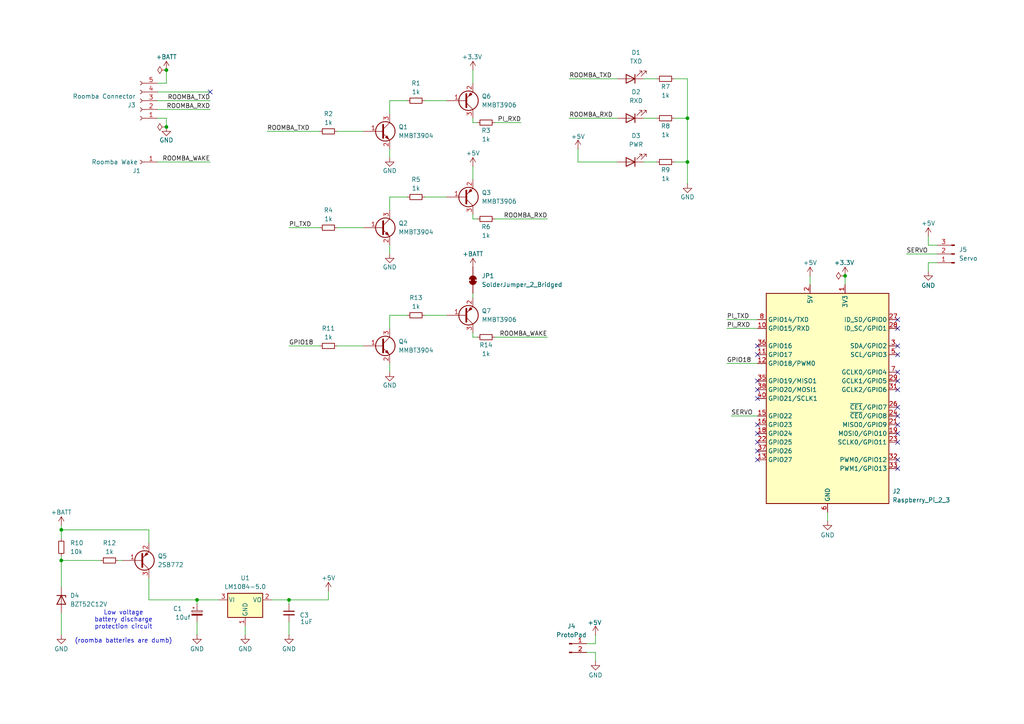
<source format=kicad_sch>
(kicad_sch (version 20231120) (generator "eeschema") (generator_version "8.0")
  (paper "A4")
  (title_block (title "RoomBouy") (rev "${REVISION}") (company "Concord Robotics"))
  (lib_symbols
    (symbol "Connector:Conn_01x01_Socket" (pin_names (offset 1.016) hide)
      (property "Reference" "J" (at 0 2.54 0))
      (property "Value" "Conn_01x01_Socket" (at 0 -2.54 0))
      (symbol "Conn_01x01_Socket_1_1"
        (polyline (pts (xy -1.27 0) (xy -0.508 0)) (stroke (width 0.1524)))
        (arc (start 0 0.508) (mid -0.5058 0) (end 0 -0.508) (stroke (width 0.1524)))
        (pin passive line (at -5.08 0 0) (length 3.81) (name "Pin_1") (number "1"))
      )
    )
    (symbol "Connector:Conn_01x02_Pin" (pin_names (offset 1.016) hide)
      (property "Reference" "J" (at 0 2.54 0))
      (property "Value" "Conn_01x02_Pin" (at 0 -5.08 0))
      (symbol "Conn_01x02_Pin_1_1"
        (polyline (pts (xy 1.27 -2.54) (xy 0.8636 -2.54)) (stroke (width 0.1524)))
        (polyline (pts (xy 1.27 0) (xy 0.8636 0)) (stroke (width 0.1524)))
        (rectangle (start 0.8636 -2.413) (end 0 -2.667) (stroke (width 0.1524)) (fill (type outline)))
        (rectangle (start 0.8636 0.127) (end 0 -0.127) (stroke (width 0.1524)) (fill (type outline)))
        (pin passive line (at 5.08 0 180) (length 3.81) (name "Pin_1") (number "1"))
        (pin passive line (at 5.08 -2.54 180) (length 3.81) (name "Pin_2") (number "2"))
      )
    )
    (symbol "Connector:Conn_01x03_Pin" (pin_names (offset 1.016) hide)
      (property "Reference" "J" (at 0 5.08 0))
      (property "Value" "Conn_01x03_Pin" (at 0 -5.08 0))
      (symbol "Conn_01x03_Pin_1_1"
        (polyline (pts (xy 1.27 -2.54) (xy 0.8636 -2.54)) (stroke (width 0.1524)))
        (polyline (pts (xy 1.27 0) (xy 0.8636 0)) (stroke (width 0.1524)))
        (polyline (pts (xy 1.27 2.54) (xy 0.8636 2.54)) (stroke (width 0.1524)))
        (rectangle (start 0.8636 -2.413) (end 0 -2.667) (stroke (width 0.1524)) (fill (type outline)))
        (rectangle (start 0.8636 0.127) (end 0 -0.127) (stroke (width 0.1524)) (fill (type outline)))
        (rectangle (start 0.8636 2.667) (end 0 2.413) (stroke (width 0.1524)) (fill (type outline)))
        (pin passive line (at 5.08 2.54 180) (length 3.81) (name "Pin_1") (number "1"))
        (pin passive line (at 5.08 0 180) (length 3.81) (name "Pin_2") (number "2"))
        (pin passive line (at 5.08 -2.54 180) (length 3.81) (name "Pin_3") (number "3"))
      )
    )
    (symbol "Connector:Conn_01x05_Socket" (pin_names (offset 1.016) hide)
      (property "Reference" "J" (at 0 7.62 0))
      (property "Value" "Conn_01x05_Socket" (at 0 -7.62 0))
      (symbol "Conn_01x05_Socket_1_1"
        (arc (start 0 -4.572) (mid -0.5058 -5.08) (end 0 -5.588) (stroke (width 0.1524)))
        (arc (start 0 -2.032) (mid -0.5058 -2.54) (end 0 -3.048) (stroke (width 0.1524)))
        (polyline (pts (xy -1.27 -5.08) (xy -0.508 -5.08)) (stroke (width 0.1524)))
        (polyline (pts (xy -1.27 -2.54) (xy -0.508 -2.54)) (stroke (width 0.1524)))
        (polyline (pts (xy -1.27 0) (xy -0.508 0)) (stroke (width 0.1524)))
        (polyline (pts (xy -1.27 2.54) (xy -0.508 2.54)) (stroke (width 0.1524)))
        (polyline (pts (xy -1.27 5.08) (xy -0.508 5.08)) (stroke (width 0.1524)))
        (arc (start 0 0.508) (mid -0.5058 0) (end 0 -0.508) (stroke (width 0.1524)))
        (arc (start 0 3.048) (mid -0.5058 2.54) (end 0 2.032) (stroke (width 0.1524)))
        (arc (start 0 5.588) (mid -0.5058 5.08) (end 0 4.572) (stroke (width 0.1524)))
        (pin passive line (at -5.08 5.08 0) (length 3.81) (name "Pin_1") (number "1"))
        (pin passive line (at -5.08 2.54 0) (length 3.81) (name "Pin_2") (number "2"))
        (pin passive line (at -5.08 0 0) (length 3.81) (name "Pin_3") (number "3"))
        (pin passive line (at -5.08 -2.54 0) (length 3.81) (name "Pin_4") (number "4"))
        (pin passive line (at -5.08 -5.08 0) (length 3.81) (name "Pin_5") (number "5"))
      )
    )
    (symbol "Connector:Raspberry_Pi_2_3"
      (property "Reference" "J" (at -17.78 31.75 0))
      (property "Value" "Raspberry_Pi_2_3" (at 10.16 -31.75 0))
      (symbol "Raspberry_Pi_2_3_0_1"
        (rectangle (start -17.78 30.48) (end 17.78 -30.48) (stroke (width 0.254)) (fill (type background)))
      )
      (symbol "Raspberry_Pi_2_3_1_1"
        (pin power_in line (at 5.08 33.02 270) (length 2.54) (name "3V3") (number "1"))
        (pin bidirectional line (at -20.32 20.32 0) (length 2.54) (name "GPIO15/RXD") (number "10"))
        (pin bidirectional line (at -20.32 12.7 0) (length 2.54) (name "GPIO17") (number "11"))
        (pin bidirectional line (at -20.32 10.16 0) (length 2.54) (name "GPIO18/PWM0") (number "12"))
        (pin bidirectional line (at -20.32 -17.78 0) (length 2.54) (name "GPIO27") (number "13"))
        (pin passive line (at 0 -33.02 90) (length 2.54) hide (name "GND") (number "14"))
        (pin bidirectional line (at -20.32 -5.08 0) (length 2.54) (name "GPIO22") (number "15"))
        (pin bidirectional line (at -20.32 -7.62 0) (length 2.54) (name "GPIO23") (number "16"))
        (pin passive line (at 5.08 33.02 270) (length 2.54) hide (name "3V3") (number "17"))
        (pin bidirectional line (at -20.32 -10.16 0) (length 2.54) (name "GPIO24") (number "18"))
        (pin bidirectional line (at 20.32 -10.16 180) (length 2.54) (name "MOSI0/GPIO10") (number "19"))
        (pin power_in line (at -5.08 33.02 270) (length 2.54) (name "5V") (number "2"))
        (pin passive line (at 0 -33.02 90) (length 2.54) hide (name "GND") (number "20"))
        (pin bidirectional line (at 20.32 -7.62 180) (length 2.54) (name "MISO0/GPIO9") (number "21"))
        (pin bidirectional line (at -20.32 -12.7 0) (length 2.54) (name "GPIO25") (number "22"))
        (pin bidirectional line (at 20.32 -12.7 180) (length 2.54) (name "SCLK0/GPIO11") (number "23"))
        (pin bidirectional line (at 20.32 -5.08 180) (length 2.54) (name "~{CE0}/GPIO8") (number "24"))
        (pin passive line (at 0 -33.02 90) (length 2.54) hide (name "GND") (number "25"))
        (pin bidirectional line (at 20.32 -2.54 180) (length 2.54) (name "~{CE1}/GPIO7") (number "26"))
        (pin bidirectional line (at 20.32 22.86 180) (length 2.54) (name "ID_SD/GPIO0") (number "27"))
        (pin bidirectional line (at 20.32 20.32 180) (length 2.54) (name "ID_SC/GPIO1") (number "28"))
        (pin bidirectional line (at 20.32 5.08 180) (length 2.54) (name "GCLK1/GPIO5") (number "29"))
        (pin bidirectional line (at 20.32 15.24 180) (length 2.54) (name "SDA/GPIO2") (number "3"))
        (pin passive line (at 0 -33.02 90) (length 2.54) hide (name "GND") (number "30"))
        (pin bidirectional line (at 20.32 2.54 180) (length 2.54) (name "GCLK2/GPIO6") (number "31"))
        (pin bidirectional line (at 20.32 -17.78 180) (length 2.54) (name "PWM0/GPIO12") (number "32"))
        (pin bidirectional line (at 20.32 -20.32 180) (length 2.54) (name "PWM1/GPIO13") (number "33"))
        (pin passive line (at 0 -33.02 90) (length 2.54) hide (name "GND") (number "34"))
        (pin bidirectional line (at -20.32 5.08 0) (length 2.54) (name "GPIO19/MISO1") (number "35"))
        (pin bidirectional line (at -20.32 15.24 0) (length 2.54) (name "GPIO16") (number "36"))
        (pin bidirectional line (at -20.32 -15.24 0) (length 2.54) (name "GPIO26") (number "37"))
        (pin bidirectional line (at -20.32 2.54 0) (length 2.54) (name "GPIO20/MOSI1") (number "38"))
        (pin passive line (at 0 -33.02 90) (length 2.54) hide (name "GND") (number "39"))
        (pin passive line (at -5.08 33.02 270) (length 2.54) hide (name "5V") (number "4"))
        (pin bidirectional line (at -20.32 0 0) (length 2.54) (name "GPIO21/SCLK1") (number "40"))
        (pin bidirectional line (at 20.32 12.7 180) (length 2.54) (name "SCL/GPIO3") (number "5"))
        (pin power_in line (at 0 -33.02 90) (length 2.54) (name "GND") (number "6"))
        (pin bidirectional line (at 20.32 7.62 180) (length 2.54) (name "GCLK0/GPIO4") (number "7"))
        (pin bidirectional line (at -20.32 22.86 0) (length 2.54) (name "GPIO14/TXD") (number "8"))
        (pin passive line (at 0 -33.02 90) (length 2.54) hide (name "GND") (number "9"))
      )
    )
    (symbol "Device:C_Polarized_Small" (pin_numbers hide) (pin_names (offset 0.254) hide)
      (property "Reference" "C" (at 0.254 1.778 0))
      (property "Value" "C_Polarized_Small" (at 0.254 -2.032 0))
      (symbol "C_Polarized_Small_0_1"
        (rectangle (start -1.524 -0.3048) (end 1.524 -0.6858) (fill (type outline)))
        (rectangle (start -1.524 0.6858) (end 1.524 0.3048))
        (polyline (pts (xy -1.27 1.524) (xy -0.762 1.524)))
        (polyline (pts (xy -1.016 1.27) (xy -1.016 1.778)))
      )
      (symbol "C_Polarized_Small_1_1"
        (pin passive line (at 0 2.54 270) (length 1.8542) (name "~") (number "1"))
        (pin passive line (at 0 -2.54 90) (length 1.8542) (name "~") (number "2"))
      )
    )
    (symbol "Device:C_Small" (pin_numbers hide) (pin_names (offset 0.254) hide)
      (property "Reference" "C" (at 0.254 1.778 0))
      (property "Value" "C_Small" (at 0.254 -2.032 0))
      (symbol "C_Small_0_1"
        (polyline (pts (xy -1.524 -0.508) (xy 1.524 -0.508)) (stroke (width 0.3302)))
        (polyline (pts (xy -1.524 0.508) (xy 1.524 0.508)) (stroke (width 0.3048)))
      )
      (symbol "C_Small_1_1"
        (pin passive line (at 0 2.54 270) (length 2.032) (name "~") (number "1"))
        (pin passive line (at 0 -2.54 90) (length 2.032) (name "~") (number "2"))
      )
    )
    (symbol "Device:D_Zener" (pin_numbers hide) (pin_names (offset 1.016) hide)
      (property "Reference" "D" (at 0 2.54 0))
      (property "Value" "D_Zener" (at 0 -2.54 0))
      (symbol "D_Zener_0_1"
        (polyline (pts (xy 1.27 0) (xy -1.27 0)))
        (polyline (pts (xy -1.27 -1.27) (xy -1.27 1.27) (xy -0.762 1.27)) (stroke (width 0.254)))
        (polyline (pts (xy 1.27 -1.27) (xy 1.27 1.27) (xy -1.27 0) (xy 1.27 -1.27)) (stroke (width 0.254)))
      )
      (symbol "D_Zener_1_1"
        (pin passive line (at -3.81 0 0) (length 2.54) (name "K") (number "1"))
        (pin passive line (at 3.81 0 180) (length 2.54) (name "A") (number "2"))
      )
    )
    (symbol "Device:LED" (pin_numbers hide) (pin_names (offset 1.016) hide)
      (property "Reference" "D" (at 0 2.54 0))
      (property "Value" "LED" (at 0 -2.54 0))
      (symbol "LED_0_1"
        (polyline (pts (xy -1.27 -1.27) (xy -1.27 1.27)) (stroke (width 0.254)))
        (polyline (pts (xy -1.27 0) (xy 1.27 0)))
        (polyline (pts (xy 1.27 -1.27) (xy 1.27 1.27) (xy -1.27 0) (xy 1.27 -1.27)) (stroke (width 0.254)))
        (polyline (pts (xy -3.048 -0.762) (xy -4.572 -2.286) (xy -3.81 -2.286) (xy -4.572 -2.286) (xy -4.572 -1.524)))
        (polyline (pts (xy -1.778 -0.762) (xy -3.302 -2.286) (xy -2.54 -2.286) (xy -3.302 -2.286) (xy -3.302 -1.524)))
      )
      (symbol "LED_1_1"
        (pin passive line (at -3.81 0 0) (length 2.54) (name "K") (number "1"))
        (pin passive line (at 3.81 0 180) (length 2.54) (name "A") (number "2"))
      )
    )
    (symbol "Device:R_Small" (pin_numbers hide) (pin_names (offset 0.254) hide)
      (property "Reference" "R" (at 0.762 0.508 0))
      (property "Value" "R_Small" (at 0.762 -1.016 0))
      (symbol "R_Small_0_1"
        (rectangle (start -0.762 1.778) (end 0.762 -1.778) (stroke (width 0.2032)))
      )
      (symbol "R_Small_1_1"
        (pin passive line (at 0 2.54 270) (length 0.762) (name "~") (number "1"))
        (pin passive line (at 0 -2.54 90) (length 0.762) (name "~") (number "2"))
      )
    )
    (symbol "Jumper:SolderJumper_2_Bridged" (pin_numbers hide) (pin_names (offset 0) hide) (exclude_from_sim yes) (in_bom no)
      (property "Reference" "JP" (at 0 2.032 0))
      (property "Value" "SolderJumper_2_Bridged" (at 0 -2.54 0))
      (symbol "SolderJumper_2_Bridged_0_1"
        (rectangle (start -0.508 0.508) (end 0.508 -0.508) (fill (type outline)))
        (arc (start -0.254 1.016) (mid -1.2656 0) (end -0.254 -1.016))
        (arc (start -0.254 1.016) (mid -1.2656 0) (end -0.254 -1.016) (fill (type outline)))
        (polyline (pts (xy -0.254 1.016) (xy -0.254 -1.016)))
        (polyline (pts (xy 0.254 1.016) (xy 0.254 -1.016)))
        (arc (start 0.254 -1.016) (mid 1.2656 0) (end 0.254 1.016))
        (arc (start 0.254 -1.016) (mid 1.2656 0) (end 0.254 1.016) (fill (type outline)))
      )
      (symbol "SolderJumper_2_Bridged_1_1"
        (pin passive line (at -3.81 0 0) (length 2.54) (name "A") (number "1"))
        (pin passive line (at 3.81 0 180) (length 2.54) (name "B") (number "2"))
      )
    )
    (symbol "MMBT3904_1" (pin_names (offset 0) hide)
      (property "Reference" "Q" (at 5.08 1.905 0))
      (property "Value" "MMBT3904" (at 5.08 0 0))
      (symbol "MMBT3904_1_0_1"
        (polyline (pts (xy 0.635 0.635) (xy 2.54 2.54)))
        (polyline (pts (xy 0.635 -0.635) (xy 2.54 -2.54) (xy 2.54 -2.54)))
        (polyline (pts (xy 0.635 1.905) (xy 0.635 -1.905) (xy 0.635 -1.905)) (stroke (width 0.508)))
        (polyline (pts (xy 1.27 -1.778) (xy 1.778 -1.27) (xy 2.286 -2.286) (xy 1.27 -1.778) (xy 1.27 -1.778)) (fill (type outline)))
        (circle (center 1.27 0) (radius 2.8194) (stroke (width 0.254)))
      )
      (symbol "MMBT3904_1_1_1"
        (pin input line (at -5.08 0 0) (length 5.715) (name "B") (number "1"))
        (pin passive line (at 2.54 -5.08 90) (length 2.54) (name "E") (number "2"))
        (pin passive line (at 2.54 5.08 270) (length 2.54) (name "C") (number "3"))
      )
    )
    (symbol "MMBT3904_2" (pin_names (offset 0) hide)
      (property "Reference" "Q" (at 5.08 1.905 0))
      (property "Value" "MMBT3904" (at 5.08 0 0))
      (symbol "MMBT3904_2_0_1"
        (polyline (pts (xy 0.635 0.635) (xy 2.54 2.54)))
        (polyline (pts (xy 0.635 -0.635) (xy 2.54 -2.54) (xy 2.54 -2.54)))
        (polyline (pts (xy 0.635 1.905) (xy 0.635 -1.905) (xy 0.635 -1.905)) (stroke (width 0.508)))
        (polyline (pts (xy 1.27 -1.778) (xy 1.778 -1.27) (xy 2.286 -2.286) (xy 1.27 -1.778) (xy 1.27 -1.778)) (fill (type outline)))
        (circle (center 1.27 0) (radius 2.8194) (stroke (width 0.254)))
      )
      (symbol "MMBT3904_2_1_1"
        (pin input line (at -5.08 0 0) (length 5.715) (name "B") (number "1"))
        (pin passive line (at 2.54 -5.08 90) (length 2.54) (name "E") (number "2"))
        (pin passive line (at 2.54 5.08 270) (length 2.54) (name "C") (number "3"))
      )
    )
    (symbol "MMBT3906_1" (pin_names (offset 0) hide)
      (property "Reference" "Q" (at 5.08 1.905 0))
      (property "Value" "MMBT3906" (at 5.08 0 0))
      (symbol "MMBT3906_1_0_1"
        (polyline (pts (xy 0.635 0.635) (xy 2.54 2.54)))
        (polyline (pts (xy 0.635 -0.635) (xy 2.54 -2.54) (xy 2.54 -2.54)))
        (polyline (pts (xy 0.635 1.905) (xy 0.635 -1.905) (xy 0.635 -1.905)) (stroke (width 0.508)))
        (polyline (pts (xy 2.286 -1.778) (xy 1.778 -2.286) (xy 1.27 -1.27) (xy 2.286 -1.778) (xy 2.286 -1.778)) (fill (type outline)))
        (circle (center 1.27 0) (radius 2.8194) (stroke (width 0.254)))
      )
      (symbol "MMBT3906_1_1_1"
        (pin input line (at -5.08 0 0) (length 5.715) (name "B") (number "1"))
        (pin passive line (at 2.54 -5.08 90) (length 2.54) (name "E") (number "2"))
        (pin passive line (at 2.54 5.08 270) (length 2.54) (name "C") (number "3"))
      )
    )
    (symbol "MMBT3906_2" (pin_names (offset 0) hide)
      (property "Reference" "Q" (at 5.08 1.905 0))
      (property "Value" "MMBT3906" (at 5.08 0 0))
      (symbol "MMBT3906_2_0_1"
        (polyline (pts (xy 0.635 0.635) (xy 2.54 2.54)))
        (polyline (pts (xy 0.635 -0.635) (xy 2.54 -2.54) (xy 2.54 -2.54)))
        (polyline (pts (xy 0.635 1.905) (xy 0.635 -1.905) (xy 0.635 -1.905)) (stroke (width 0.508)))
        (polyline (pts (xy 2.286 -1.778) (xy 1.778 -2.286) (xy 1.27 -1.27) (xy 2.286 -1.778) (xy 2.286 -1.778)) (fill (type outline)))
        (circle (center 1.27 0) (radius 2.8194) (stroke (width 0.254)))
      )
      (symbol "MMBT3906_2_1_1"
        (pin input line (at -5.08 0 0) (length 5.715) (name "B") (number "1"))
        (pin passive line (at 2.54 -5.08 90) (length 2.54) (name "E") (number "2"))
        (pin passive line (at 2.54 5.08 270) (length 2.54) (name "C") (number "3"))
      )
    )
    (symbol "Regulator_Linear:LM1084-5.0" (pin_names (offset 0.254))
      (property "Reference" "U" (at -3.81 3.175 0))
      (property "Value" "LM1084-5.0" (at 0 3.175 0))
      (symbol "LM1084-5.0_0_1"
        (rectangle (start -5.08 1.905) (end 5.08 -5.08) (stroke (width 0.254)) (fill (type background)))
      )
      (symbol "LM1084-5.0_1_1"
        (pin power_in line (at 0 -7.62 90) (length 2.54) (name "GND") (number "1"))
        (pin power_out line (at 7.62 0 180) (length 2.54) (name "VO") (number "2"))
        (pin power_in line (at -7.62 0 0) (length 2.54) (name "VI") (number "3"))
      )
    )
    (symbol "Transistor_BJT:MMBT3904" (pin_names (offset 0) hide)
      (property "Reference" "Q" (at 5.08 1.905 0))
      (property "Value" "MMBT3904" (at 5.08 0 0))
      (symbol "MMBT3904_0_1"
        (polyline (pts (xy 0.635 0.635) (xy 2.54 2.54)))
        (polyline (pts (xy 0.635 -0.635) (xy 2.54 -2.54) (xy 2.54 -2.54)))
        (polyline (pts (xy 0.635 1.905) (xy 0.635 -1.905) (xy 0.635 -1.905)) (stroke (width 0.508)))
        (polyline (pts (xy 1.27 -1.778) (xy 1.778 -1.27) (xy 2.286 -2.286) (xy 1.27 -1.778) (xy 1.27 -1.778)) (fill (type outline)))
        (circle (center 1.27 0) (radius 2.8194) (stroke (width 0.254)))
      )
      (symbol "MMBT3904_1_1"
        (pin input line (at -5.08 0 0) (length 5.715) (name "B") (number "1"))
        (pin passive line (at 2.54 -5.08 90) (length 2.54) (name "E") (number "2"))
        (pin passive line (at 2.54 5.08 270) (length 2.54) (name "C") (number "3"))
      )
    )
    (symbol "Transistor_BJT:MMBT3906" (pin_names (offset 0) hide)
      (property "Reference" "Q" (at 5.08 1.905 0))
      (property "Value" "MMBT3906" (at 5.08 0 0))
      (symbol "MMBT3906_0_1"
        (polyline (pts (xy 0.635 0.635) (xy 2.54 2.54)))
        (polyline (pts (xy 0.635 -0.635) (xy 2.54 -2.54) (xy 2.54 -2.54)))
        (polyline (pts (xy 0.635 1.905) (xy 0.635 -1.905) (xy 0.635 -1.905)) (stroke (width 0.508)))
        (polyline (pts (xy 2.286 -1.778) (xy 1.778 -2.286) (xy 1.27 -1.27) (xy 2.286 -1.778) (xy 2.286 -1.778)) (fill (type outline)))
        (circle (center 1.27 0) (radius 2.8194) (stroke (width 0.254)))
      )
      (symbol "MMBT3906_1_1"
        (pin input line (at -5.08 0 0) (length 5.715) (name "B") (number "1"))
        (pin passive line (at 2.54 -5.08 90) (length 2.54) (name "E") (number "2"))
        (pin passive line (at 2.54 5.08 270) (length 2.54) (name "C") (number "3"))
      )
    )
    (symbol "power:+3.3V" (power) (pin_numbers hide) (pin_names (offset 0) hide)
      (property "Value" "+3.3V" (at 0 3.556 0))
      (symbol "+3.3V_0_1"
        (polyline (pts (xy -0.762 1.27) (xy 0 2.54)))
        (polyline (pts (xy 0 0) (xy 0 2.54)))
        (polyline (pts (xy 0 2.54) (xy 0.762 1.27)))
      )
      (symbol "+3.3V_1_1"
        (pin power_in line (at 0 0 90) (length 0) (name "~") (number "1"))
      )
    )
    (symbol "power:+5V" (power) (pin_numbers hide) (pin_names (offset 0) hide)
      (property "Value" "+5V" (at 0 3.556 0))
      (symbol "+5V_0_1"
        (polyline (pts (xy -0.762 1.27) (xy 0 2.54)))
        (polyline (pts (xy 0 0) (xy 0 2.54)))
        (polyline (pts (xy 0 2.54) (xy 0.762 1.27)))
      )
      (symbol "+5V_1_1"
        (pin power_in line (at 0 0 90) (length 0) (name "~") (number "1"))
      )
    )
    (symbol "power:+BATT" (power) (pin_numbers hide) (pin_names (offset 0) hide)
      (property "Value" "+BATT" (at 0 3.556 0))
      (symbol "+BATT_0_1"
        (polyline (pts (xy -0.762 1.27) (xy 0 2.54)))
        (polyline (pts (xy 0 0) (xy 0 2.54)))
        (polyline (pts (xy 0 2.54) (xy 0.762 1.27)))
      )
      (symbol "+BATT_1_1"
        (pin power_in line (at 0 0 90) (length 0) (name "~") (number "1"))
      )
    )
    (symbol "power:GND" (power) (pin_numbers hide) (pin_names (offset 0) hide)
      (property "Value" "GND" (at 0 -3.81 0))
      (symbol "GND_0_1"
        (polyline (pts (xy 0 0) (xy 0 -1.27) (xy 1.27 -1.27) (xy 0 -2.54) (xy -1.27 -1.27) (xy 0 -1.27)))
      )
      (symbol "GND_1_1"
        (pin power_in line (at 0 0 270) (length 0) (name "~") (number "1"))
      )
    )
    (symbol "power:PWR_FLAG" (power) (pin_numbers hide) (pin_names (offset 0) hide)
      (property "Value" "PWR_FLAG" (at 0 3.81 0))
      (symbol "PWR_FLAG_0_0"
        (pin power_out line (at 0 0 90) (length 0) (name "~") (number "1"))
      )
      (symbol "PWR_FLAG_0_1"
        (polyline (pts (xy 0 0) (xy 0 1.27) (xy -1.016 1.905) (xy 0 2.54) (xy 1.016 1.905) (xy 0 1.27)))
      )
    )
  )
  (junction (at 83.82 173.99))
  (junction (at 245.11 80.01))
  (junction (at 57.15 173.99))
  (junction (at 17.78 162.56))
  (junction (at 199.39 46.99))
  (junction (at 199.39 34.29))
  (junction (at 48.26 36.83))
  (junction (at 17.78 153.67))
  (junction (at 48.26 20.32))
  (no_connect (at 219.71 123.19))
  (no_connect (at 260.35 92.71))
  (no_connect (at 260.35 128.27))
  (no_connect (at 260.35 125.73))
  (no_connect (at 219.71 130.81))
  (no_connect (at 219.71 115.57))
  (no_connect (at 260.35 123.19))
  (no_connect (at 219.71 125.73))
  (no_connect (at 260.35 110.49))
  (no_connect (at 219.71 113.03))
  (no_connect (at 260.35 133.35))
  (no_connect (at 260.35 135.89))
  (no_connect (at 260.35 118.11))
  (no_connect (at 260.35 100.33))
  (no_connect (at 260.35 107.95))
  (no_connect (at 219.71 100.33))
  (no_connect (at 260.35 95.25))
  (no_connect (at 219.71 128.27))
  (no_connect (at 219.71 133.35))
  (no_connect (at 260.35 120.65))
  (no_connect (at 260.35 113.03))
  (no_connect (at 260.35 102.87))
  (no_connect (at 219.71 102.87))
  (no_connect (at 60.96 26.67))
  (no_connect (at 219.71 110.49))
  (wire (pts (xy 137.16 85.09) (xy 137.16 86.36)))
  (wire (pts (xy 212.09 120.65) (xy 219.71 120.65)))
  (wire (pts (xy 97.79 66.04) (xy 105.41 66.04)))
  (wire (pts (xy 35.56 162.56) (xy 34.29 162.56)))
  (wire (pts (xy 57.15 173.99) (xy 57.15 175.26)))
  (wire (pts (xy 83.82 180.34) (xy 83.82 184.15)))
  (wire (pts (xy 137.16 97.79) (xy 138.43 97.79)))
  (wire (pts (xy 118.11 57.15) (xy 113.03 57.15)))
  (wire (pts (xy 60.96 29.21) (xy 45.72 29.21)))
  (wire (pts (xy 143.51 63.5) (xy 158.75 63.5)))
  (wire (pts (xy 118.11 29.21) (xy 113.03 29.21)))
  (wire (pts (xy 269.24 71.12) (xy 271.78 71.12)))
  (wire (pts (xy 17.78 153.67) (xy 43.18 153.67)))
  (wire (pts (xy 60.96 31.75) (xy 45.72 31.75)))
  (wire (pts (xy 234.95 80.01) (xy 234.95 82.55)))
  (wire (pts (xy 57.15 173.99) (xy 43.18 173.99)))
  (wire (pts (xy 48.26 20.32) (xy 48.26 24.13)))
  (wire (pts (xy 97.79 38.1) (xy 105.41 38.1)))
  (wire (pts (xy 137.16 96.52) (xy 137.16 97.79)))
  (wire (pts (xy 17.78 162.56) (xy 17.78 170.18)))
  (wire (pts (xy 78.74 173.99) (xy 83.82 173.99)))
  (wire (pts (xy 165.1 34.29) (xy 179.07 34.29)))
  (wire (pts (xy 43.18 167.64) (xy 43.18 173.99)))
  (wire (pts (xy 137.16 20.32) (xy 137.16 24.13)))
  (wire (pts (xy 113.03 57.15) (xy 113.03 60.96)))
  (wire (pts (xy 199.39 53.34) (xy 199.39 46.99)))
  (wire (pts (xy 199.39 22.86) (xy 199.39 34.29)))
  (wire (pts (xy 240.03 148.59) (xy 240.03 151.13)))
  (wire (pts (xy 195.58 46.99) (xy 199.39 46.99)))
  (wire (pts (xy 17.78 161.29) (xy 17.78 162.56)))
  (wire (pts (xy 269.24 78.74) (xy 269.24 76.2)))
  (wire (pts (xy 245.11 80.01) (xy 245.11 82.55)))
  (wire (pts (xy 186.69 46.99) (xy 190.5 46.99)))
  (wire (pts (xy 167.64 46.99) (xy 179.07 46.99)))
  (wire (pts (xy 60.96 26.67) (xy 45.72 26.67)))
  (wire (pts (xy 210.82 92.71) (xy 219.71 92.71)))
  (wire (pts (xy 17.78 162.56) (xy 29.21 162.56)))
  (wire (pts (xy 186.69 22.86) (xy 190.5 22.86)))
  (wire (pts (xy 83.82 173.99) (xy 83.82 175.26)))
  (wire (pts (xy 172.72 186.69) (xy 170.18 186.69)))
  (wire (pts (xy 17.78 152.4) (xy 17.78 153.67)))
  (wire (pts (xy 210.82 95.25) (xy 219.71 95.25)))
  (wire (pts (xy 172.72 189.23) (xy 170.18 189.23)))
  (wire (pts (xy 172.72 191.77) (xy 172.72 189.23)))
  (wire (pts (xy 137.16 63.5) (xy 138.43 63.5)))
  (wire (pts (xy 143.51 35.56) (xy 151.13 35.56)))
  (wire (pts (xy 195.58 22.86) (xy 199.39 22.86)))
  (wire (pts (xy 210.82 105.41) (xy 219.71 105.41)))
  (wire (pts (xy 172.72 184.15) (xy 172.72 186.69)))
  (wire (pts (xy 60.96 46.99) (xy 45.72 46.99)))
  (wire (pts (xy 123.19 57.15) (xy 129.54 57.15)))
  (wire (pts (xy 48.26 34.29) (xy 48.26 36.83)))
  (wire (pts (xy 83.82 100.33) (xy 92.71 100.33)))
  (wire (pts (xy 199.39 46.99) (xy 199.39 34.29)))
  (wire (pts (xy 137.16 62.23) (xy 137.16 63.5)))
  (wire (pts (xy 17.78 177.8) (xy 17.78 184.15)))
  (wire (pts (xy 95.25 173.99) (xy 83.82 173.99)))
  (wire (pts (xy 113.03 71.12) (xy 113.03 73.66)))
  (wire (pts (xy 43.18 153.67) (xy 43.18 157.48)))
  (wire (pts (xy 186.69 34.29) (xy 190.5 34.29)))
  (wire (pts (xy 71.12 181.61) (xy 71.12 184.15)))
  (wire (pts (xy 17.78 153.67) (xy 17.78 156.21)))
  (wire (pts (xy 137.16 34.29) (xy 137.16 35.56)))
  (wire (pts (xy 77.47 38.1) (xy 92.71 38.1)))
  (wire (pts (xy 123.19 29.21) (xy 129.54 29.21)))
  (wire (pts (xy 118.11 91.44) (xy 113.03 91.44)))
  (wire (pts (xy 199.39 34.29) (xy 195.58 34.29)))
  (wire (pts (xy 137.16 48.26) (xy 137.16 52.07)))
  (wire (pts (xy 97.79 100.33) (xy 105.41 100.33)))
  (wire (pts (xy 113.03 43.18) (xy 113.03 45.72)))
  (wire (pts (xy 113.03 105.41) (xy 113.03 107.95)))
  (wire (pts (xy 83.82 66.04) (xy 92.71 66.04)))
  (wire (pts (xy 63.5 173.99) (xy 57.15 173.99)))
  (wire (pts (xy 165.1 22.86) (xy 179.07 22.86)))
  (wire (pts (xy 269.24 68.58) (xy 269.24 71.12)))
  (wire (pts (xy 113.03 91.44) (xy 113.03 95.25)))
  (wire (pts (xy 95.25 171.45) (xy 95.25 173.99)))
  (wire (pts (xy 57.15 180.34) (xy 57.15 184.15)))
  (wire (pts (xy 143.51 97.79) (xy 158.75 97.79)))
  (wire (pts (xy 137.16 35.56) (xy 138.43 35.56)))
  (wire (pts (xy 269.24 76.2) (xy 271.78 76.2)))
  (wire (pts (xy 123.19 91.44) (xy 129.54 91.44)))
  (wire (pts (xy 167.64 43.18) (xy 167.64 46.99)))
  (wire (pts (xy 262.89 73.66) (xy 271.78 73.66)))
  (wire (pts (xy 48.26 24.13) (xy 45.72 24.13)))
  (wire (pts (xy 45.72 34.29) (xy 48.26 34.29)))
  (wire (pts (xy 113.03 29.21) (xy 113.03 33.02)))
  (text "Low voltage\nbattery discharge\nprotection circuit\n\n(roomba batteries are dumb)" (at 35.814 181.864 0) (effects (font (size 1.27 1.27))))
  (label "GPIO18" (at 210.82 105.41 0))
  (label "SERVO" (at 212.09 120.65 0))
  (label "PI_TXD" (at 210.82 92.71 0))
  (label "ROOMBA_TXD" (at 77.47 38.1 0))
  (label "ROOMBA_RXD" (at 60.96 31.75 180))
  (label "PI_RXD" (at 151.13 35.56 180))
  (label "ROOMBA_WAKE" (at 60.96 46.99 180))
  (label "PI_RXD" (at 210.82 95.25 0))
  (label "ROOMBA_TXD" (at 165.1 22.86 0))
  (label "ROOMBA_RXD" (at 165.1 34.29 0))
  (label "PI_TXD" (at 83.82 66.04 0))
  (label "ROOMBA_TXD" (at 60.96 29.21 180))
  (label "ROOMBA_WAKE" (at 158.75 97.79 180))
  (label "GPIO18" (at 83.82 100.33 0))
  (label "SERVO" (at 262.89 73.66 0))
  (label "ROOMBA_RXD" (at 158.75 63.5 180))
  (symbol (lib_id "Device:R_Small") (at 193.04 34.29 90) (unit 1)
    (property "Reference" "R8" (at 193.04 36.576 90))
    (property "Value" "1k" (at 193.04 39.116 90))
    (property "Footprint" "Resistor_SMD:R_0805_2012Metric" (effects (hide yes)))
    (property "Description" "Resistor, small symbol" (effects (hide yes)))
  )
  (symbol (lib_id "power:GND") (at 113.03 107.95 0) (unit 1)
    (property "Reference" "#PWR020" (effects (hide yes)))
    (property "Value" "GND" (at 113.03 111.76 0))
    (property "Description" "Power symbol creates a global label with name \"GND\" , ground" (effects (hide yes)))
  )
  (symbol (lib_id "Device:LED") (at 182.88 34.29 180) (unit 1)
    (property "Reference" "D2" (at 184.4675 26.67 0))
    (property "Value" "RXD" (at 184.4675 29.21 0))
    (property "Footprint" "LED_SMD:LED_0805_2012Metric" (effects (hide yes)))
    (property "Description" "Light emitting diode" (effects (hide yes)))
  )
  (symbol (lib_id "power:+5V") (at 234.95 80.01 0) (unit 1)
    (property "Reference" "#PWR09" (effects (hide yes)))
    (property "Value" "+5V" (at 234.95 76.2 0))
    (property "Description" "Power symbol creates a global label with name \"+5V\"" (effects (hide yes)))
  )
  (symbol (lib_id "Transistor_BJT:MMBT3904") (at 110.49 100.33 0) (unit 1)
    (property "Reference" "Q4" (at 115.57 99.0599 0) (effects (justify left)))
    (property "Value" "MMBT3904" (at 115.57 101.5999 0) (effects (justify left)))
    (property "Footprint" "Package_TO_SOT_SMD:SOT-23" (effects (hide yes)))
    (property "Datasheet" "https://www.onsemi.com/pdf/datasheet/pzt3904-d.pdf" (effects (hide yes)))
    (property "Description" "0.2A Ic, 40V Vce, Small Signal NPN Transistor, SOT-23" (effects (hide yes)))
  )
  (symbol (lib_id "Device:R_Small") (at 140.97 97.79 90) (unit 1)
    (property "Reference" "R14" (at 140.97 100.076 90))
    (property "Value" "1k" (at 140.97 102.616 90))
    (property "Footprint" "Resistor_SMD:R_0805_2012Metric" (effects (hide yes)))
    (property "Description" "Resistor, small symbol" (effects (hide yes)))
  )
  (symbol (lib_id "power:+BATT") (at 17.78 152.4 0) (unit 1)
    (property "Reference" "#PWR015" (effects (hide yes)))
    (property "Value" "+BATT" (at 17.78 148.59 0))
    (property "Description" "Power symbol creates a global label with name \"+BATT\"" (effects (hide yes)))
  )
  (symbol (lib_id "Connector:Conn_01x01_Socket") (at 40.64 46.99 180) (unit 1)
    (property "Reference" "J1" (at 39.624 49.53 0))
    (property "Value" "Roomba Wake" (at 33.274 46.99 0))
    (property "Footprint" "Connector_Wire:SolderWire-0.25sqmm_1x01_D0.65mm_OD1.7mm_Relief" (effects (hide yes)))
    (property "Description" "Generic connector, single row, 01x01, script generated" (effects (hide yes)))
  )
  (symbol (lib_id "power:GND") (at 199.39 53.34 0) (unit 1)
    (property "Reference" "#PWR010" (effects (hide yes)))
    (property "Value" "GND" (at 199.39 57.15 0))
    (property "Description" "Power symbol creates a global label with name \"GND\" , ground" (effects (hide yes)))
  )
  (symbol (lib_id "Device:R_Small") (at 193.04 46.99 90) (unit 1)
    (property "Reference" "R9" (at 193.04 49.276 90))
    (property "Value" "1k" (at 193.04 51.816 90))
    (property "Footprint" "Resistor_SMD:R_0805_2012Metric" (effects (hide yes)))
    (property "Description" "Resistor, small symbol" (effects (hide yes)))
  )
  (symbol (lib_id "Jumper:SolderJumper_2_Bridged") (at 137.16 81.28 90) (unit 1) (exclude_from_sim yes) (in_bom no)
    (property "Reference" "JP1" (at 139.7 80.0099 90) (effects (justify right)))
    (property "Value" "SolderJumper_2_Bridged" (at 139.7 82.5499 90) (effects (justify right)))
    (property "Footprint" "Jumper:SolderJumper-2_P1.3mm_Bridged2Bar_RoundedPad1.0x1.5mm" (effects (hide yes)))
    (property "Description" "Solder Jumper, 2-pole, closed/bridged" (effects (hide yes)))
  )
  (symbol (lib_id "power:+3.3V") (at 245.11 80.01 0) (unit 1)
    (property "Reference" "#PWR08" (effects (hide yes)))
    (property "Value" "+3.3V" (at 244.856 76.2 0))
    (property "Description" "Power symbol creates a global label with name \"+3.3V\"" (effects (hide yes)))
  )
  (symbol (lib_id "Device:LED") (at 182.88 46.99 180) (unit 1)
    (property "Reference" "D3" (at 184.4675 39.37 0))
    (property "Value" "PWR" (at 184.4675 41.91 0))
    (property "Footprint" "LED_SMD:LED_0805_2012Metric" (effects (hide yes)))
    (property "Description" "Light emitting diode" (effects (hide yes)))
  )
  (symbol (lib_id "Device:R_Small") (at 120.65 29.21 90) (unit 1)
    (property "Reference" "R1" (at 120.65 24.13 90))
    (property "Value" "1k" (at 120.65 26.67 90))
    (property "Footprint" "Resistor_SMD:R_0805_2012Metric" (effects (hide yes)))
    (property "Description" "Resistor, small symbol" (effects (hide yes)))
  )
  (symbol (lib_id "Device:R_Small") (at 95.25 100.33 90) (unit 1)
    (property "Reference" "R11" (at 95.25 95.25 90))
    (property "Value" "1k" (at 95.25 97.79 90))
    (property "Footprint" "Resistor_SMD:R_0805_2012Metric" (effects (hide yes)))
    (property "Description" "Resistor, small symbol" (effects (hide yes)))
  )
  (symbol (lib_id "power:+BATT") (at 48.26 20.32 0) (unit 1)
    (property "Reference" "#PWR02" (effects (hide yes)))
    (property "Value" "+BATT" (at 48.26 16.51 0))
    (property "Description" "Power symbol creates a global label with name \"+BATT\"" (effects (hide yes)))
  )
  (symbol (lib_id "power:GND") (at 48.26 36.83 0) (unit 1)
    (property "Reference" "#PWR03" (effects (hide yes)))
    (property "Value" "GND" (at 48.26 40.64 0))
    (property "Description" "Power symbol creates a global label with name \"GND\" , ground" (effects (hide yes)))
  )
  (symbol (lib_id "power:GND") (at 172.72 191.77 0) (unit 1)
    (property "Reference" "#PWR018" (effects (hide yes)))
    (property "Value" "GND" (at 172.72 195.834 0))
    (property "Description" "Power symbol creates a global label with name \"GND\" , ground" (effects (hide yes)))
  )
  (symbol (lib_id "Regulator_Linear:LM1084-5.0") (at 71.12 173.99 0) (unit 1)
    (property "Reference" "U1" (at 71.12 167.64 0))
    (property "Value" "LM1084-5.0" (at 71.12 170.18 0))
    (property "Footprint" "Package_TO_SOT_THT:TO-220-3_Horizontal_TabDown" (effects (hide yes)))
    (property "Datasheet" "http://www.ti.com/lit/ds/symlink/lm1084.pdf" (effects (hide yes)))
    (property "Description" "5A 27V Linear Regulator, Fixed Output 5.0V, TO-220/TO-263" (effects (hide yes)))
  )
  (symbol (lib_id "Connector:Conn_01x05_Socket") (at 40.64 29.21 180) (unit 1)
    (property "Reference" "J3" (at 39.37 30.4801 0) (effects (justify left)))
    (property "Value" "Roomba Connector" (at 39.37 27.9401 0) (effects (justify left)))
    (property "Footprint" "Connector_Wire:SolderWire-0.25sqmm_1x05_P4.2mm_D0.65mm_OD1.7mm_Relief" (effects (hide yes)))
    (property "Description" "Generic connector, single row, 01x05, script generated" (effects (hide yes)))
  )
  (symbol (lib_id "power:GND") (at 83.82 184.15 0) (unit 1)
    (property "Reference" "#PWR014" (effects (hide yes)))
    (property "Value" "GND" (at 83.82 188.214 0))
    (property "Description" "Power symbol creates a global label with name \"GND\" , ground" (effects (hide yes)))
  )
  (symbol (lib_id "Transistor_BJT:MMBT3906") (at 134.62 91.44 0) (mirror x) (unit 1)
    (property "Reference" "Q7" (at 139.7 90.17 0) (effects (justify left)))
    (property "Value" "MMBT3906" (at 139.7 92.71 0) (effects (justify left)))
    (property "Footprint" "Package_TO_SOT_SMD:SOT-23" (effects (hide yes)))
    (property "Datasheet" "https://www.onsemi.com/pdf/datasheet/pzt3906-d.pdf" (effects (hide yes)))
    (property "Description" "-0.2A Ic, -40V Vce, Small Signal PNP Transistor, SOT-23" (effects (hide yes)))
  )
  (symbol (lib_id "power:GND") (at 71.12 184.15 0) (unit 1)
    (property "Reference" "#PWR013" (effects (hide yes)))
    (property "Value" "GND" (at 71.12 188.214 0))
    (property "Description" "Power symbol creates a global label with name \"GND\" , ground" (effects (hide yes)))
  )
  (symbol (lib_id "power:GND") (at 240.03 151.13 0) (unit 1)
    (property "Reference" "#PWR01" (effects (hide yes)))
    (property "Value" "GND" (at 240.03 155.194 0))
    (property "Description" "Power symbol creates a global label with name \"GND\" , ground" (effects (hide yes)))
  )
  (symbol (lib_id "power:PWR_FLAG") (at 48.26 20.32 90) (unit 1)
    (property "Reference" "#FLG01" (effects (hide yes)))
    (property "Value" "PWR_FLAG" (effects (hide yes)))
    (property "Description" "Special symbol for telling ERC where power comes from" (effects (hide yes)))
  )
  (symbol (lib_id "power:+5V") (at 137.16 48.26 0) (unit 1)
    (property "Reference" "#PWR07" (effects (hide yes)))
    (property "Value" "+5V" (at 137.16 44.45 0))
    (property "Description" "Power symbol creates a global label with name \"+5V\"" (effects (hide yes)))
  )
  (symbol (lib_name "MMBT3904_1") (lib_id "Transistor_BJT:MMBT3904") (at 110.49 38.1 0) (unit 1)
    (property "Reference" "Q1" (at 115.57 36.8299 0) (effects (justify left)))
    (property "Value" "MMBT3904" (at 115.57 39.3699 0) (effects (justify left)))
    (property "Footprint" "Package_TO_SOT_SMD:SOT-23" (effects (hide yes)))
    (property "Datasheet" "https://www.onsemi.com/pdf/datasheet/pzt3904-d.pdf" (effects (hide yes)))
    (property "Description" "0.2A Ic, 40V Vce, Small Signal NPN Transistor, SOT-23" (effects (hide yes)))
  )
  (symbol (lib_id "power:GND") (at 57.15 184.15 0) (unit 1)
    (property "Reference" "#PWR012" (effects (hide yes)))
    (property "Value" "GND" (at 57.15 188.214 0))
    (property "Description" "Power symbol creates a global label with name \"GND\" , ground" (effects (hide yes)))
  )
  (symbol (lib_id "Device:C_Polarized_Small") (at 57.15 177.8 0) (unit 1)
    (property "Reference" "C1" (at 50.165 176.53 0) (effects (justify left)))
    (property "Value" "10uf" (at 50.8 179.07 0) (effects (justify left)))
    (property "Footprint" "Capacitor_SMD:CP_Elec_4x3" (effects (hide yes)))
  )
  (symbol (lib_id "Connector:Conn_01x02_Pin") (at 165.1 186.69 0) (unit 1)
    (property "Reference" "J4" (at 165.735 181.61 0))
    (property "Value" "ProtoPad" (at 165.735 184.15 0))
    (property "Footprint" "RoomBouy:ProtoPad" (effects (hide yes)))
    (property "Description" "Generic connector, single row, 01x02, script generated" (effects (hide yes)))
  )
  (symbol (lib_id "power:PWR_FLAG") (at 245.11 80.01 90) (unit 1)
    (property "Reference" "#FLG02" (effects (hide yes)))
    (property "Value" "PWR_FLAG" (effects (hide yes)))
    (property "Description" "Special symbol for telling ERC where power comes from" (effects (hide yes)))
  )
  (symbol (lib_name "MMBT3904_2") (lib_id "Transistor_BJT:MMBT3904") (at 110.49 66.04 0) (unit 1)
    (property "Reference" "Q2" (at 115.57 64.7699 0) (effects (justify left)))
    (property "Value" "MMBT3904" (at 115.57 67.3099 0) (effects (justify left)))
    (property "Footprint" "Package_TO_SOT_SMD:SOT-23" (effects (hide yes)))
    (property "Datasheet" "https://www.onsemi.com/pdf/datasheet/pzt3904-d.pdf" (effects (hide yes)))
    (property "Description" "0.2A Ic, 40V Vce, Small Signal NPN Transistor, SOT-23" (effects (hide yes)))
  )
  (symbol (lib_id "Device:D_Zener") (at 17.78 173.99 270) (unit 1)
    (property "Reference" "D4" (at 20.32 172.7199 90) (effects (justify left)))
    (property "Value" "BZT52C12V" (at 20.32 175.2599 90) (effects (justify left)))
    (property "Footprint" "Diode_SMD:D_SOD-123" (effects (hide yes)))
    (property "Description" "Zener diode" (effects (hide yes)))
    (property "LCSC#" "C5182293" (effects (hide yes)))
  )
  (symbol (lib_name "MMBT3906_2") (lib_id "Transistor_BJT:MMBT3906") (at 134.62 57.15 0) (mirror x) (unit 1)
    (property "Reference" "Q3" (at 139.7 55.88 0) (effects (justify left)))
    (property "Value" "MMBT3906" (at 139.7 58.42 0) (effects (justify left)))
    (property "Footprint" "Package_TO_SOT_SMD:SOT-23" (effects (hide yes)))
    (property "Datasheet" "https://www.onsemi.com/pdf/datasheet/pzt3906-d.pdf" (effects (hide yes)))
    (property "Description" "-0.2A Ic, -40V Vce, Small Signal PNP Transistor, SOT-23" (effects (hide yes)))
  )
  (symbol (lib_id "Device:R_Small") (at 120.65 91.44 90) (unit 1)
    (property "Reference" "R13" (at 120.65 86.36 90))
    (property "Value" "1k" (at 120.65 88.9 90))
    (property "Footprint" "Resistor_SMD:R_0805_2012Metric" (effects (hide yes)))
    (property "Description" "Resistor, small symbol" (effects (hide yes)))
  )
  (symbol (lib_id "power:GND") (at 113.03 73.66 0) (unit 1)
    (property "Reference" "#PWR06" (effects (hide yes)))
    (property "Value" "GND" (at 113.03 77.47 0))
    (property "Description" "Power symbol creates a global label with name \"GND\" , ground" (effects (hide yes)))
  )
  (symbol (lib_id "Device:C_Small") (at 83.82 177.8 0) (unit 1)
    (property "Reference" "C3" (at 88.265 178.435 0))
    (property "Value" "1uF" (at 88.9 180.34 0))
    (property "Footprint" "Capacitor_SMD:C_0805_2012Metric" (effects (hide yes)))
  )
  (symbol (lib_name "MMBT3906_1") (lib_id "Transistor_BJT:MMBT3906") (at 134.62 29.21 0) (mirror x) (unit 1)
    (property "Reference" "Q6" (at 139.7 27.94 0) (effects (justify left)))
    (property "Value" "MMBT3906" (at 139.7 30.48 0) (effects (justify left)))
    (property "Footprint" "Package_TO_SOT_SMD:SOT-23" (effects (hide yes)))
    (property "Datasheet" "https://www.onsemi.com/pdf/datasheet/pzt3906-d.pdf" (effects (hide yes)))
    (property "Description" "-0.2A Ic, -40V Vce, Small Signal PNP Transistor, SOT-23" (effects (hide yes)))
  )
  (symbol (lib_id "Device:R_Small") (at 140.97 63.5 90) (unit 1)
    (property "Reference" "R6" (at 140.97 65.786 90))
    (property "Value" "1k" (at 140.97 68.326 90))
    (property "Footprint" "Resistor_SMD:R_0805_2012Metric" (effects (hide yes)))
    (property "Description" "Resistor, small symbol" (effects (hide yes)))
  )
  (symbol (lib_id "power:GND") (at 113.03 45.72 0) (unit 1)
    (property "Reference" "#PWR04" (effects (hide yes)))
    (property "Value" "GND" (at 113.03 49.53 0))
    (property "Description" "Power symbol creates a global label with name \"GND\" , ground" (effects (hide yes)))
  )
  (symbol (lib_id "power:+5V") (at 167.64 43.18 0) (unit 1)
    (property "Reference" "#PWR011" (effects (hide yes)))
    (property "Value" "+5V" (at 167.64 39.624 0))
    (property "Description" "Power symbol creates a global label with name \"+5V\"" (effects (hide yes)))
  )
  (symbol (lib_id "Device:R_Small") (at 140.97 35.56 90) (unit 1)
    (property "Reference" "R3" (at 140.97 37.846 90))
    (property "Value" "1k" (at 140.97 40.386 90))
    (property "Footprint" "Resistor_SMD:R_0805_2012Metric" (effects (hide yes)))
    (property "Description" "Resistor, small symbol" (effects (hide yes)))
  )
  (symbol (lib_id "Device:R_Small") (at 95.25 38.1 90) (unit 1)
    (property "Reference" "R2" (at 95.25 33.02 90))
    (property "Value" "1k" (at 95.25 35.56 90))
    (property "Footprint" "Resistor_SMD:R_0805_2012Metric" (effects (hide yes)))
    (property "Description" "Resistor, small symbol" (effects (hide yes)))
  )
  (symbol (lib_id "Device:LED") (at 182.88 22.86 180) (unit 1)
    (property "Reference" "D1" (at 184.4675 15.24 0))
    (property "Value" "TXD" (at 184.4675 17.78 0))
    (property "Footprint" "LED_SMD:LED_0805_2012Metric" (effects (hide yes)))
    (property "Description" "Light emitting diode" (effects (hide yes)))
  )
  (symbol (lib_id "power:+5V") (at 95.25 171.45 0) (unit 1)
    (property "Reference" "#PWR016" (effects (hide yes)))
    (property "Value" "+5V" (at 95.25 167.64 0))
    (property "Description" "Power symbol creates a global label with name \"+5V\"" (effects (hide yes)))
  )
  (symbol (lib_id "power:GND") (at 17.78 184.15 0) (unit 1)
    (property "Reference" "#PWR023" (effects (hide yes)))
    (property "Value" "GND" (at 17.78 188.214 0))
    (property "Description" "Power symbol creates a global label with name \"GND\" , ground" (effects (hide yes)))
  )
  (symbol (lib_id "power:+5V") (at 269.24 68.58 0) (unit 1)
    (property "Reference" "#PWR019" (effects (hide yes)))
    (property "Value" "+5V" (at 269.24 64.77 0))
    (property "Description" "Power symbol creates a global label with name \"+5V\"" (effects (hide yes)))
  )
  (symbol (lib_id "Device:R_Small") (at 31.75 162.56 90) (unit 1)
    (property "Reference" "R12" (at 31.75 157.48 90))
    (property "Value" "1k" (at 31.75 160.02 90))
    (property "Footprint" "Resistor_SMD:R_0805_2012Metric" (effects (hide yes)))
    (property "Description" "Resistor, small symbol" (effects (hide yes)))
  )
  (symbol (lib_id "power:+5V") (at 172.72 184.15 0) (unit 1)
    (property "Reference" "#PWR017" (effects (hide yes)))
    (property "Value" "+5V" (at 172.466 180.594 0))
    (property "Description" "Power symbol creates a global label with name \"+5V\"" (effects (hide yes)))
  )
  (symbol (lib_id "Device:R_Small") (at 95.25 66.04 90) (unit 1)
    (property "Reference" "R4" (at 95.25 60.96 90))
    (property "Value" "1k" (at 95.25 63.5 90))
    (property "Footprint" "Resistor_SMD:R_0805_2012Metric" (effects (hide yes)))
    (property "Description" "Resistor, small symbol" (effects (hide yes)))
  )
  (symbol (lib_id "Device:R_Small") (at 17.78 158.75 180) (unit 1)
    (property "Reference" "R10" (at 20.32 157.4799 0) (effects (justify right)))
    (property "Value" "10k" (at 20.32 160.0199 0) (effects (justify right)))
    (property "Footprint" "Resistor_SMD:R_0805_2012Metric" (effects (hide yes)))
    (property "Description" "Resistor, small symbol" (effects (hide yes)))
  )
  (symbol (lib_id "Transistor_BJT:MMBT3906") (at 40.64 162.56 0) (mirror x) (unit 1)
    (property "Reference" "Q5" (at 45.72 161.29 0) (effects (justify left)))
    (property "Value" "2SB772" (at 45.72 163.83 0) (effects (justify left)))
    (property "Footprint" "Package_TO_SOT_SMD:TO-252-2" (effects (hide yes)))
    (property "Datasheet" "https://www.lcsc.com/datasheet/lcsc_datasheet_2204291645_MSKSEMI-2SB772_C3008133.pdf" (effects (hide yes)))
    (property "LCSC#" "C3008133" (effects (hide yes)))
  )
  (symbol (lib_id "power:+3.3V") (at 137.16 20.32 0) (unit 1)
    (property "Reference" "#PWR05" (effects (hide yes)))
    (property "Value" "+3.3V" (at 136.906 16.51 0))
    (property "Description" "Power symbol creates a global label with name \"+3.3V\"" (effects (hide yes)))
  )
  (symbol (lib_id "power:PWR_FLAG") (at 48.26 36.83 90) (unit 1)
    (property "Reference" "#FLG04" (effects (hide yes)))
    (property "Value" "PWR_FLAG" (effects (hide yes)))
    (property "Description" "Special symbol for telling ERC where power comes from" (effects (hide yes)))
  )
  (symbol (lib_id "Connector:Raspberry_Pi_2_3") (at 240.03 115.57 0) (unit 1)
    (property "Reference" "J2" (at 258.826 142.494 0) (effects (justify left)))
    (property "Value" "Raspberry_Pi_2_3" (at 258.826 145.034 0) (effects (justify left)))
    (property "Footprint" "RPI_Hat:RPI_Hat_B+" (effects (hide yes)))
    (property "Datasheet" "https://www.raspberrypi.org/documentation/hardware/raspberrypi/schematics/rpi_SCH_3bplus_1p0_reduced.pdf" (effects (hide yes)))
    (property "Description" "expansion header for Raspberry Pi 2 & 3" (effects (hide yes)))
  )
  (symbol (lib_id "Device:R_Small") (at 120.65 57.15 90) (unit 1)
    (property "Reference" "R5" (at 120.65 52.07 90))
    (property "Value" "1k" (at 120.65 54.61 90))
    (property "Footprint" "Resistor_SMD:R_0805_2012Metric" (effects (hide yes)))
    (property "Description" "Resistor, small symbol" (effects (hide yes)))
  )
  (symbol (lib_id "Connector:Conn_01x03_Pin") (at 276.86 73.66 180) (unit 1)
    (property "Reference" "J5" (at 278.13 72.3899 0) (effects (justify right)))
    (property "Value" "Servo" (at 278.13 74.9299 0) (effects (justify right)))
    (property "Footprint" "Connector_JST:JST_PH_S3B-PH-K_1x03_P2.00mm_Horizontal" (effects (hide yes)))
    (property "Description" "Generic connector, single row, 01x03, script generated" (effects (hide yes)))
  )
  (symbol (lib_id "power:+BATT") (at 137.16 77.47 0) (unit 1)
    (property "Reference" "#PWR021" (effects (hide yes)))
    (property "Value" "+BATT" (at 137.16 73.66 0))
    (property "Description" "Power symbol creates a global label with name \"+BATT\"" (effects (hide yes)))
  )
  (symbol (lib_id "power:GND") (at 269.24 78.74 0) (unit 1)
    (property "Reference" "#PWR022" (effects (hide yes)))
    (property "Value" "GND" (at 269.24 82.804 0))
    (property "Description" "Power symbol creates a global label with name \"GND\" , ground" (effects (hide yes)))
  )
  (symbol (lib_id "Device:R_Small") (at 193.04 22.86 90) (unit 1)
    (property "Reference" "R7" (at 193.04 25.146 90))
    (property "Value" "1k" (at 193.04 27.686 90))
    (property "Footprint" "Resistor_SMD:R_0805_2012Metric" (effects (hide yes)))
    (property "Description" "Resistor, small symbol" (effects (hide yes)))
  )
)
</source>
